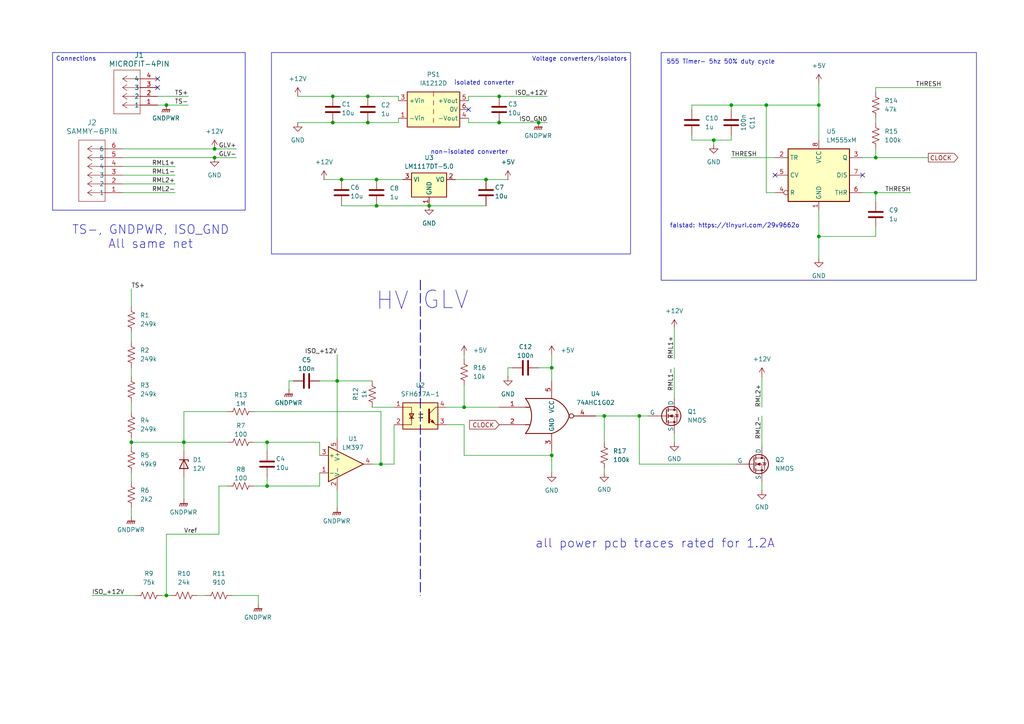
<source format=kicad_sch>
(kicad_sch (version 20250114) (generator "eeschema") (generator_version "9.0")
  (paper "A4")
  (title_block (title "RML") (date "2025-10-22") (rev "A") (company "TigerRacingEV"))
  (lib_symbols
    (symbol "74xGxx:74AHC1G02"
      (property "Reference" "U" (at -2.54 3.81 0))
      (property "Value" "74AHC1G02" (at 0 -3.81 0))
      (symbol "74AHC1G02_0_1"
        (arc (start -7.62 5.08) (mid -5.838 0) (end -7.62 -5.08) (stroke (width 0.254)))
        (polyline (pts (xy -7.62 2.54) (xy -6.35 2.54)) (stroke (width 0.254)) (fill (type background)))
        (polyline (pts (xy -7.62 -2.54) (xy -6.35 -2.54)) (stroke (width 0.254)) (fill (type background)))
        (arc (start 5.08 0) (mid 3.202 -3.202) (end 0 -5.08) (stroke (width 0.254)))
        (arc (start 0 5.08) (mid 3.2271 3.2271) (end 5.08 0) (stroke (width 0.254)))
        (polyline (pts (xy 0 5.08) (xy -7.62 5.08)) (stroke (width 0.254)) (fill (type background)))
        (polyline (pts (xy 0 -5.08) (xy -7.62 -5.08)) (stroke (width 0.254)) (fill (type background)))
      )
      (symbol "74AHC1G02_1_1"
        (pin input line (at -15.24 2.54 0) (length 7.62) (name "~") (number "1"))
        (pin input line (at -15.24 -2.54 0) (length 7.62) (name "~") (number "2"))
        (pin power_in line (at 0 10.16 270) (length 5.08) (name "VCC") (number "5"))
        (pin power_in line (at 0 -10.16 90) (length 5.08) (name "GND") (number "3"))
        (pin output inverted (at 12.7 0 180) (length 7.62) (name "~") (number "4"))
      )
    )
    (symbol "BSPD:SAMMY-6PIN" (pin_names (offset 0.254))
      (property "Reference" "J" (at 8.89 6.35 0))
      (property "Value" "SAMMY-6PIN" (at 9.398 3.81 0))
      (symbol "SAMMY-6PIN_1_1"
        (polyline (pts (xy 5.08 2.54) (xy 5.08 -15.24)) (stroke (width 0.127)))
        (polyline (pts (xy 5.08 -15.24) (xy 12.7 -15.24)) (stroke (width 0.127)))
        (polyline (pts (xy 10.16 0) (xy 5.08 0)) (stroke (width 0.127)))
        (polyline (pts (xy 10.16 0) (xy 8.89 0.8467)) (stroke (width 0.127)))
        (polyline (pts (xy 10.16 0) (xy 8.89 -0.8467)) (stroke (width 0.127)))
        (polyline (pts (xy 10.16 -2.54) (xy 5.08 -2.54)) (stroke (width 0.127)))
        (polyline (pts (xy 10.16 -2.54) (xy 8.89 -1.6933)) (stroke (width 0.127)))
        (polyline (pts (xy 10.16 -2.54) (xy 8.89 -3.3867)) (stroke (width 0.127)))
        (polyline (pts (xy 10.16 -5.08) (xy 5.08 -5.08)) (stroke (width 0.127)))
        (polyline (pts (xy 10.16 -5.08) (xy 8.89 -4.2333)) (stroke (width 0.127)))
        (polyline (pts (xy 10.16 -5.08) (xy 8.89 -5.9267)) (stroke (width 0.127)))
        (polyline (pts (xy 10.16 -7.62) (xy 5.08 -7.62)) (stroke (width 0.127)))
        (polyline (pts (xy 10.16 -7.62) (xy 8.89 -6.7733)) (stroke (width 0.127)))
        (polyline (pts (xy 10.16 -7.62) (xy 8.89 -8.4667)) (stroke (width 0.127)))
        (polyline (pts (xy 10.16 -10.16) (xy 5.08 -10.16)) (stroke (width 0.127)))
        (polyline (pts (xy 10.16 -10.16) (xy 8.89 -9.3133)) (stroke (width 0.127)))
        (polyline (pts (xy 10.16 -10.16) (xy 8.89 -11.0067)) (stroke (width 0.127)))
        (polyline (pts (xy 10.16 -12.7) (xy 5.08 -12.7)) (stroke (width 0.127)))
        (polyline (pts (xy 10.16 -12.7) (xy 8.89 -11.8533)) (stroke (width 0.127)))
        (polyline (pts (xy 10.16 -12.7) (xy 8.89 -13.5467)) (stroke (width 0.127)))
        (polyline (pts (xy 12.7 2.54) (xy 5.08 2.54)) (stroke (width 0.127)))
        (polyline (pts (xy 12.7 -15.24) (xy 12.7 2.54)) (stroke (width 0.127)))
        (pin unspecified line (at 0 0 0) (length 5.08) (name "1") (number "1"))
        (pin unspecified line (at 0 -2.54 0) (length 5.08) (name "2") (number "2"))
        (pin unspecified line (at 0 -5.08 0) (length 5.08) (name "3") (number "3"))
        (pin unspecified line (at 0 -7.62 0) (length 5.08) (name "4") (number "4"))
        (pin unspecified line (at 0 -10.16 0) (length 5.08) (name "5") (number "5"))
        (pin unspecified line (at 0 -12.7 0) (length 5.08) (name "6") (number "6"))
      )
      (symbol "SAMMY-6PIN_1_2"
        (polyline (pts (xy 5.08 2.54) (xy 5.08 -15.24)) (stroke (width 0.127)))
        (polyline (pts (xy 5.08 -15.24) (xy 12.7 -15.24)) (stroke (width 0.127)))
        (polyline (pts (xy 7.62 0) (xy 5.08 0)) (stroke (width 0.127)))
        (polyline (pts (xy 7.62 0) (xy 8.89 0.8467)) (stroke (width 0.127)))
        (polyline (pts (xy 7.62 0) (xy 8.89 -0.8467)) (stroke (width 0.127)))
        (polyline (pts (xy 7.62 -2.54) (xy 5.08 -2.54)) (stroke (width 0.127)))
        (polyline (pts (xy 7.62 -2.54) (xy 8.89 -1.6933)) (stroke (width 0.127)))
        (polyline (pts (xy 7.62 -2.54) (xy 8.89 -3.3867)) (stroke (width 0.127)))
        (polyline (pts (xy 7.62 -5.08) (xy 5.08 -5.08)) (stroke (width 0.127)))
        (polyline (pts (xy 7.62 -5.08) (xy 8.89 -4.2333)) (stroke (width 0.127)))
        (polyline (pts (xy 7.62 -5.08) (xy 8.89 -5.9267)) (stroke (width 0.127)))
        (polyline (pts (xy 7.62 -7.62) (xy 5.08 -7.62)) (stroke (width 0.127)))
        (polyline (pts (xy 7.62 -7.62) (xy 8.89 -6.7733)) (stroke (width 0.127)))
        (polyline (pts (xy 7.62 -7.62) (xy 8.89 -8.4667)) (stroke (width 0.127)))
        (polyline (pts (xy 7.62 -10.16) (xy 5.08 -10.16)) (stroke (width 0.127)))
        (polyline (pts (xy 7.62 -10.16) (xy 8.89 -9.3133)) (stroke (width 0.127)))
        (polyline (pts (xy 7.62 -10.16) (xy 8.89 -11.0067)) (stroke (width 0.127)))
        (polyline (pts (xy 7.62 -12.7) (xy 5.08 -12.7)) (stroke (width 0.127)))
        (polyline (pts (xy 7.62 -12.7) (xy 8.89 -11.8533)) (stroke (width 0.127)))
        (polyline (pts (xy 7.62 -12.7) (xy 8.89 -13.5467)) (stroke (width 0.127)))
        (polyline (pts (xy 12.7 2.54) (xy 5.08 2.54)) (stroke (width 0.127)))
        (polyline (pts (xy 12.7 -15.24) (xy 12.7 2.54)) (stroke (width 0.127)))
        (pin unspecified line (at 0 0 0) (length 5.08) (name "1") (number "1"))
        (pin unspecified line (at 0 -2.54 0) (length 5.08) (name "2") (number "2"))
        (pin unspecified line (at 0 -5.08 0) (length 5.08) (name "3") (number "3"))
        (pin unspecified line (at 0 -7.62 0) (length 5.08) (name "4") (number "4"))
        (pin unspecified line (at 0 -10.16 0) (length 5.08) (name "5") (number "5"))
        (pin unspecified line (at 0 -12.7 0) (length 5.08) (name "6") (number "6"))
      )
    )
    (symbol "Comparator:LM397" (pin_names (offset 0.127))
      (property "Reference" "U" (at 1.27 5.08 0))
      (property "Value" "LM397" (at 3.81 -5.08 0))
      (symbol "LM397_0_1"
        (polyline (pts (xy -5.08 5.08) (xy 5.08 0) (xy -5.08 -5.08) (xy -5.08 5.08)) (stroke (width 0.254)) (fill (type background)))
      )
      (symbol "LM397_1_1"
        (pin input line (at -7.62 2.54 0) (length 2.54) (name "+") (number "3"))
        (pin input line (at -7.62 -2.54 0) (length 2.54) (name "-") (number "1"))
        (pin power_in line (at -2.54 7.62 270) (length 3.81) (name "V+") (number "5"))
        (pin power_in line (at -2.54 -7.62 90) (length 3.81) (name "V-") (number "2"))
        (pin open_collector line (at 7.62 0 180) (length 2.54) (name "~") (number "4"))
      )
    )
    (symbol "Converter_DCDC:IA1212D"
      (property "Reference" "PS" (at -7.62 6.35 0))
      (property "Value" "IA1212D" (at 1.27 6.35 0))
      (symbol "IA1212D_0_0"
        (pin power_in line (at -10.16 2.54 0) (length 2.54) (name "+Vin") (number "3"))
        (pin power_in line (at -10.16 -2.54 0) (length 2.54) (name "-Vin") (number "1"))
        (pin power_out line (at 10.16 2.54 180) (length 2.54) (name "+Vout") (number "5"))
        (pin power_out line (at 10.16 0 180) (length 2.54) (name "0V") (number "6"))
        (pin power_out line (at 10.16 -2.54 180) (length 2.54) (name "-Vout") (number "4"))
      )
      (symbol "IA1212D_0_1"
        (rectangle (start -7.62 5.08) (end 7.62 -5.08) (stroke (width 0.254)) (fill (type background)))
        (polyline (pts (xy 0 5.08) (xy 0 3.81)))
        (polyline (pts (xy 0 2.54) (xy 0 1.27)))
        (polyline (pts (xy 0 0) (xy 0 -1.27)))
        (polyline (pts (xy 0 -2.54) (xy 0 -3.81)))
      )
      (symbol "IA1212D_1_1"
        (pin no_connect line (at 0 -5.08 90) (length 2.54) (hide yes) (name "NC") (number "2"))
      )
    )
    (symbol "Device:C" (pin_numbers (hide yes)) (pin_names (offset 0.254))
      (property "Reference" "C" (at 0.635 2.54 0))
      (property "Value" "C" (at 0.635 -2.54 0))
      (symbol "C_0_1"
        (polyline (pts (xy -2.032 0.762) (xy 2.032 0.762)) (stroke (width 0.508)))
        (polyline (pts (xy -2.032 -0.762) (xy 2.032 -0.762)) (stroke (width 0.508)))
      )
      (symbol "C_1_1"
        (pin passive line (at 0 3.81 270) (length 2.794) (name "~") (number "1"))
        (pin passive line (at 0 -3.81 90) (length 2.794) (name "~") (number "2"))
      )
    )
    (symbol "Device:D_Zener" (pin_numbers (hide yes)) (pin_names (offset 1.016) (hide yes))
      (property "Reference" "D" (at 0 2.54 0))
      (property "Value" "D_Zener" (at 0 -2.54 0))
      (symbol "D_Zener_0_1"
        (polyline (pts (xy -1.27 -1.27) (xy -1.27 1.27) (xy -0.762 1.27)) (stroke (width 0.254)))
        (polyline (pts (xy 1.27 0) (xy -1.27 0)))
        (polyline (pts (xy 1.27 -1.27) (xy 1.27 1.27) (xy -1.27 0) (xy 1.27 -1.27)) (stroke (width 0.254)))
      )
      (symbol "D_Zener_1_1"
        (pin passive line (at -3.81 0 0) (length 2.54) (name "K") (number "1"))
        (pin passive line (at 3.81 0 180) (length 2.54) (name "A") (number "2"))
      )
    )
    (symbol "Device:R_US" (pin_numbers (hide yes)) (pin_names (offset 0))
      (property "Reference" "R" (at 2.54 0 90))
      (property "Value" "R_US" (at -2.54 0 90))
      (symbol "R_US_0_1"
        (polyline (pts (xy 0 2.286) (xy 0 2.54)))
        (polyline (pts (xy 0 2.286) (xy 1.016 1.905) (xy 0 1.524) (xy -1.016 1.143) (xy 0 0.762)))
        (polyline (pts (xy 0 0.762) (xy 1.016 0.381) (xy 0 0) (xy -1.016 -0.381) (xy 0 -0.762)))
        (polyline (pts (xy 0 -0.762) (xy 1.016 -1.143) (xy 0 -1.524) (xy -1.016 -1.905) (xy 0 -2.286)))
        (polyline (pts (xy 0 -2.286) (xy 0 -2.54)))
      )
      (symbol "R_US_1_1"
        (pin passive line (at 0 3.81 270) (length 1.27) (name "~") (number "1"))
        (pin passive line (at 0 -3.81 90) (length 1.27) (name "~") (number "2"))
      )
    )
    (symbol "Isolator:SFH617A-1" (pin_names (offset 1.016))
      (property "Reference" "U" (at -5.08 5.08 0))
      (property "Value" "SFH617A-1" (at 0 5.08 0))
      (symbol "SFH617A-1_0_1"
        (rectangle (start -5.08 3.81) (end 5.08 -3.81) (stroke (width 0.254)) (fill (type background)))
        (polyline (pts (xy -5.08 2.54) (xy -2.54 2.54) (xy -2.54 -1.27) (xy -2.54 0.635)))
        (polyline (pts (xy -3.175 -0.635) (xy -1.905 -0.635)) (stroke (width 0.254)))
        (polyline (pts (xy -2.54 -0.635) (xy -2.54 -2.54) (xy -5.08 -2.54)))
        (polyline (pts (xy -2.54 -0.635) (xy -3.175 0.635) (xy -1.905 0.635) (xy -2.54 -0.635)) (stroke (width 0.254)))
        (polyline (pts (xy -0.508 0.508) (xy 0.762 0.508) (xy 0.381 0.381) (xy 0.381 0.635) (xy 0.762 0.508)))
        (polyline (pts (xy -0.508 -0.508) (xy 0.762 -0.508) (xy 0.381 -0.635) (xy 0.381 -0.381) (xy 0.762 -0.508)))
        (polyline (pts (xy 2.54 1.905) (xy 2.54 -1.905) (xy 2.54 -1.905)) (stroke (width 0.508)))
        (polyline (pts (xy 2.54 0.635) (xy 4.445 2.54)))
        (polyline (pts (xy 3.048 -1.651) (xy 3.556 -1.143) (xy 4.064 -2.159) (xy 3.048 -1.651) (xy 3.048 -1.651)) (fill (type outline)))
        (polyline (pts (xy 4.445 2.54) (xy 5.08 2.54)))
        (polyline (pts (xy 4.445 -2.54) (xy 2.54 -0.635)) (fill (type outline)))
        (polyline (pts (xy 4.445 -2.54) (xy 5.08 -2.54)))
      )
      (symbol "SFH617A-1_1_1"
        (pin passive line (at -7.62 2.54 0) (length 2.54) (name "~") (number "1"))
        (pin passive line (at -7.62 -2.54 0) (length 2.54) (name "~") (number "2"))
        (pin passive line (at 7.62 2.54 180) (length 2.54) (name "~") (number "4"))
        (pin passive line (at 7.62 -2.54 180) (length 2.54) (name "~") (number "3"))
      )
    )
    (symbol "RML:MICROFIT-4PIN" (pin_names (offset 0.254))
      (property "Reference" "J" (at 8.89 6.35 0))
      (property "Value" "MICROFIT-4PIN" (at 7.62 3.81 0))
      (symbol "MICROFIT-4PIN_1_1"
        (polyline (pts (xy 5.08 2.54) (xy 5.08 -10.16)) (stroke (width 0.127)))
        (polyline (pts (xy 5.08 -10.16) (xy 12.7 -10.16)) (stroke (width 0.127)))
        (polyline (pts (xy 10.16 0) (xy 5.08 0)) (stroke (width 0.127)))
        (polyline (pts (xy 10.16 0) (xy 8.89 0.8467)) (stroke (width 0.127)))
        (polyline (pts (xy 10.16 0) (xy 8.89 -0.8467)) (stroke (width 0.127)))
        (polyline (pts (xy 10.16 -2.54) (xy 5.08 -2.54)) (stroke (width 0.127)))
        (polyline (pts (xy 10.16 -2.54) (xy 8.89 -1.6933)) (stroke (width 0.127)))
        (polyline (pts (xy 10.16 -2.54) (xy 8.89 -3.3867)) (stroke (width 0.127)))
        (polyline (pts (xy 10.16 -5.08) (xy 5.08 -5.08)) (stroke (width 0.127)))
        (polyline (pts (xy 10.16 -5.08) (xy 8.89 -4.2333)) (stroke (width 0.127)))
        (polyline (pts (xy 10.16 -5.08) (xy 8.89 -5.9267)) (stroke (width 0.127)))
        (polyline (pts (xy 10.16 -7.62) (xy 5.08 -7.62)) (stroke (width 0.127)))
        (polyline (pts (xy 10.16 -7.62) (xy 8.89 -6.7733)) (stroke (width 0.127)))
        (polyline (pts (xy 10.16 -7.62) (xy 8.89 -8.4667)) (stroke (width 0.127)))
        (polyline (pts (xy 12.7 2.54) (xy 5.08 2.54)) (stroke (width 0.127)))
        (polyline (pts (xy 12.7 -10.16) (xy 12.7 2.54)) (stroke (width 0.127)))
        (pin unspecified line (at 0 0 0) (length 5.08) (name "1") (number "1"))
        (pin unspecified line (at 0 -2.54 0) (length 5.08) (name "2") (number "2"))
        (pin unspecified line (at 0 -5.08 0) (length 5.08) (name "3") (number "3"))
        (pin unspecified line (at 0 -7.62 0) (length 5.08) (name "4") (number "4"))
      )
      (symbol "MICROFIT-4PIN_1_2"
        (polyline (pts (xy 5.08 2.54) (xy 5.08 -10.16)) (stroke (width 0.127)))
        (polyline (pts (xy 5.08 -10.16) (xy 12.7 -10.16)) (stroke (width 0.127)))
        (polyline (pts (xy 7.62 0) (xy 5.08 0)) (stroke (width 0.127)))
        (polyline (pts (xy 7.62 0) (xy 8.89 0.8467)) (stroke (width 0.127)))
        (polyline (pts (xy 7.62 0) (xy 8.89 -0.8467)) (stroke (width 0.127)))
        (polyline (pts (xy 7.62 -2.54) (xy 5.08 -2.54)) (stroke (width 0.127)))
        (polyline (pts (xy 7.62 -2.54) (xy 8.89 -1.6933)) (stroke (width 0.127)))
        (polyline (pts (xy 7.62 -2.54) (xy 8.89 -3.3867)) (stroke (width 0.127)))
        (polyline (pts (xy 7.62 -5.08) (xy 5.08 -5.08)) (stroke (width 0.127)))
        (polyline (pts (xy 7.62 -5.08) (xy 8.89 -4.2333)) (stroke (width 0.127)))
        (polyline (pts (xy 7.62 -5.08) (xy 8.89 -5.9267)) (stroke (width 0.127)))
        (polyline (pts (xy 7.62 -7.62) (xy 5.08 -7.62)) (stroke (width 0.127)))
        (polyline (pts (xy 7.62 -7.62) (xy 8.89 -6.7733)) (stroke (width 0.127)))
        (polyline (pts (xy 7.62 -7.62) (xy 8.89 -8.4667)) (stroke (width 0.127)))
        (polyline (pts (xy 12.7 2.54) (xy 5.08 2.54)) (stroke (width 0.127)))
        (polyline (pts (xy 12.7 -10.16) (xy 12.7 2.54)) (stroke (width 0.127)))
        (pin unspecified line (at 0 0 0) (length 5.08) (name "1") (number "1"))
        (pin unspecified line (at 0 -2.54 0) (length 5.08) (name "2") (number "2"))
        (pin unspecified line (at 0 -5.08 0) (length 5.08) (name "3") (number "3"))
        (pin unspecified line (at 0 -7.62 0) (length 5.08) (name "4") (number "4"))
      )
    )
    (symbol "Regulator_Linear:LM1117DT-5.0"
      (property "Reference" "U" (at -3.81 3.175 0))
      (property "Value" "LM1117DT-5.0" (at 0 3.175 0))
      (symbol "LM1117DT-5.0_0_1"
        (rectangle (start -5.08 -5.08) (end 5.08 1.905) (stroke (width 0.254)) (fill (type background)))
      )
      (symbol "LM1117DT-5.0_1_1"
        (pin power_in line (at -7.62 0 0) (length 2.54) (name "VI") (number "3"))
        (pin power_in line (at 0 -7.62 90) (length 2.54) (name "GND") (number "1"))
        (pin power_out line (at 7.62 0 180) (length 2.54) (name "VO") (number "2"))
      )
    )
    (symbol "Simulation_SPICE:NMOS" (pin_numbers (hide yes)) (pin_names (offset 0))
      (property "Reference" "Q" (at 5.08 1.27 0))
      (property "Value" "NMOS" (at 5.08 -1.27 0))
      (symbol "NMOS_0_1"
        (polyline (pts (xy 0.254 1.905) (xy 0.254 -1.905)) (stroke (width 0.254)))
        (polyline (pts (xy 0.254 0) (xy -2.54 0)))
        (polyline (pts (xy 0.762 2.286) (xy 0.762 1.27)) (stroke (width 0.254)))
        (polyline (pts (xy 0.762 0.508) (xy 0.762 -0.508)) (stroke (width 0.254)))
        (polyline (pts (xy 0.762 -1.27) (xy 0.762 -2.286)) (stroke (width 0.254)))
        (polyline (pts (xy 0.762 -1.778) (xy 3.302 -1.778) (xy 3.302 1.778) (xy 0.762 1.778)))
        (polyline (pts (xy 1.016 0) (xy 2.032 0.381) (xy 2.032 -0.381) (xy 1.016 0)) (fill (type outline)))
        (circle (center 1.651 0) (radius 2.794) (stroke (width 0.254)))
        (polyline (pts (xy 2.54 2.54) (xy 2.54 1.778)))
        (circle (center 2.54 1.778) (radius 0.254) (fill (type outline)))
        (circle (center 2.54 -1.778) (radius 0.254) (fill (type outline)))
        (polyline (pts (xy 2.54 -2.54) (xy 2.54 0) (xy 0.762 0)))
        (polyline (pts (xy 2.794 0.508) (xy 2.921 0.381) (xy 3.683 0.381) (xy 3.81 0.254)))
        (polyline (pts (xy 3.302 0.381) (xy 2.921 -0.254) (xy 3.683 -0.254) (xy 3.302 0.381)))
      )
      (symbol "NMOS_1_1"
        (pin input line (at -5.08 0 0) (length 2.54) (name "G") (number "2"))
        (pin passive line (at 2.54 5.08 270) (length 2.54) (name "D") (number "1"))
        (pin passive line (at 2.54 -5.08 90) (length 2.54) (name "S") (number "3"))
      )
    )
    (symbol "Timer:LM555xM"
      (property "Reference" "U" (at -10.16 8.89 0))
      (property "Value" "LM555xM" (at 2.54 8.89 0))
      (symbol "LM555xM_0_0"
        (pin power_in line (at 0 10.16 270) (length 2.54) (name "VCC") (number "8"))
        (pin power_in line (at 0 -10.16 90) (length 2.54) (name "GND") (number "1"))
      )
      (symbol "LM555xM_0_1"
        (rectangle (start -8.89 -7.62) (end 8.89 7.62) (stroke (width 0.254)) (fill (type background)))
        (rectangle (start -8.89 -7.62) (end 8.89 7.62) (stroke (width 0.254)) (fill (type background)))
      )
      (symbol "LM555xM_1_1"
        (pin input line (at -12.7 5.08 0) (length 3.81) (name "TR") (number "2"))
        (pin input line (at -12.7 0 0) (length 3.81) (name "CV") (number "5"))
        (pin input inverted (at -12.7 -5.08 0) (length 3.81) (name "R") (number "4"))
        (pin output line (at 12.7 5.08 180) (length 3.81) (name "Q") (number "3"))
        (pin input line (at 12.7 0 180) (length 3.81) (name "DIS") (number "7"))
        (pin input line (at 12.7 -5.08 180) (length 3.81) (name "THR") (number "6"))
      )
    )
    (symbol "power:+12V" (power) (pin_numbers (hide yes)) (pin_names (offset 0) (hide yes))
      (property "Value" "+12V" (at 0 3.556 0))
      (symbol "+12V_0_1"
        (polyline (pts (xy -0.762 1.27) (xy 0 2.54)))
        (polyline (pts (xy 0 2.54) (xy 0.762 1.27)))
        (polyline (pts (xy 0 0) (xy 0 2.54)))
      )
      (symbol "+12V_1_1"
        (pin power_in line (at 0 0 90) (length 0) (name "~") (number "1"))
      )
    )
    (symbol "power:+5V" (power) (pin_numbers (hide yes)) (pin_names (offset 0) (hide yes))
      (property "Value" "+5V" (at 0 3.556 0))
      (symbol "+5V_0_1"
        (polyline (pts (xy -0.762 1.27) (xy 0 2.54)))
        (polyline (pts (xy 0 2.54) (xy 0.762 1.27)))
        (polyline (pts (xy 0 0) (xy 0 2.54)))
      )
      (symbol "+5V_1_1"
        (pin power_in line (at 0 0 90) (length 0) (name "~") (number "1"))
      )
    )
    (symbol "power:GND" (power) (pin_numbers (hide yes)) (pin_names (offset 0) (hide yes))
      (property "Value" "GND" (at 0 -3.81 0))
      (symbol "GND_0_1"
        (polyline (pts (xy 0 0) (xy 0 -1.27) (xy 1.27 -1.27) (xy 0 -2.54) (xy -1.27 -1.27) (xy 0 -1.27)))
      )
      (symbol "GND_1_1"
        (pin power_in line (at 0 0 270) (length 0) (name "~") (number "1"))
      )
    )
    (symbol "power:GNDPWR" (power) (pin_numbers (hide yes)) (pin_names (offset 0) (hide yes))
      (property "Value" "GNDPWR" (at 0 -3.302 0))
      (symbol "GNDPWR_0_1"
        (polyline (pts (xy -1.016 -1.27) (xy -1.27 -2.032) (xy -1.27 -2.032)) (stroke (width 0.2032)))
        (polyline (pts (xy -0.508 -1.27) (xy -0.762 -2.032) (xy -0.762 -2.032)) (stroke (width 0.2032)))
        (polyline (pts (xy 0 -1.27) (xy 0 0)))
        (polyline (pts (xy 0 -1.27) (xy -0.254 -2.032) (xy -0.254 -2.032)) (stroke (width 0.2032)))
        (polyline (pts (xy 0.508 -1.27) (xy 0.254 -2.032) (xy 0.254 -2.032)) (stroke (width 0.2032)))
        (polyline (pts (xy 1.016 -1.27) (xy -1.016 -1.27) (xy -1.016 -1.27)) (stroke (width 0.2032)))
        (polyline (pts (xy 1.016 -1.27) (xy 0.762 -2.032) (xy 0.762 -2.032) (xy 0.762 -2.032)) (stroke (width 0.2032)))
      )
      (symbol "GNDPWR_1_1"
        (pin power_in line (at 0 0 270) (length 0) (name "~") (number "1"))
      )
    )
  )
  (rectangle (start 191.77 15.24) (end 283.21 81.28))
  (text "non-isolated converter\n" (at 136.144 44.196 0) (effects (font (size 1.27 1.27))))
  (text "all power pcb traces rated for 1.2A" (at 189.992 157.734 0) (effects (font (size 2.54 2.54))))
  (text "isolated converter\n" (at 140.462 24.13 0) (effects (font (size 1.27 1.27))))
  (text "GLV" (at 129.286 87.122 0) (effects (font (size 5.08 5.08))))
  (text "555 Timer- 5hz 50% duty cycle\n" (at 209.042 18.034 0) (effects (font (size 1.27 1.27))))
  (text "falstad: https://tinyurl.com/29v9662o" (at 213.106 65.532 0) (effects (font (size 1.27 1.27))))
  (text "HV" (at 113.792 87.376 0) (effects (font (size 5.08 5.08))))
  (text "TS-, GNDPWR, ISO_GND\nAll same net" (at 43.688 68.834 0) (effects (font (size 2.54 2.54))))
  (text_box "Voltage converters/isolators\n" (at 78.74 15.24 0) (size 104.14 58.42) (margins 0.9525 0.9525 0.9525 0.9525) (effects (font (size 1.27 1.27)) (justify right top)))
  (text_box "Connections" (at 15.24 15.24 0) (size 55.88 45.72) (margins 0.9525 0.9525 0.9525 0.9525) (effects (font (size 1.27 1.27)) (justify left top)))
  (junction (at 109.22 52.07))
  (junction (at 77.47 140.97))
  (junction (at 110.49 134.62))
  (junction (at 175.26 120.65))
  (junction (at 237.49 68.58))
  (junction (at 140.97 52.07))
  (junction (at 207.01 40.64))
  (junction (at 99.06 52.07))
  (junction (at 97.79 110.49))
  (junction (at 62.23 43.18))
  (junction (at 124.46 59.69))
  (junction (at 254 45.72))
  (junction (at 156.21 35.56))
  (junction (at 96.52 35.56))
  (junction (at 185.42 120.65))
  (junction (at 160.02 132.08))
  (junction (at 237.49 30.48))
  (junction (at 53.34 128.27))
  (junction (at 106.68 35.56))
  (junction (at 38.1 128.27))
  (junction (at 222.25 30.48))
  (junction (at 48.26 172.72))
  (junction (at 144.78 35.56))
  (junction (at 48.26 30.48))
  (junction (at 212.09 30.48))
  (junction (at 254 55.88))
  (junction (at 144.78 27.94))
  (junction (at 160.02 106.68))
  (junction (at 134.62 118.11))
  (junction (at 96.52 27.94))
  (junction (at 106.68 27.94))
  (junction (at 77.47 128.27))
  (junction (at 109.22 59.69))
  (junction (at 62.23 45.72))
  (no_connect (at 45.72 22.86))
  (no_connect (at 45.72 25.4))
  (no_connect (at 135.89 31.75))
  (no_connect (at 250.19 50.8))
  (no_connect (at 224.79 50.8))
  (wire (pts (xy 83.82 113.03) (xy 83.82 110.49)))
  (wire (pts (xy 200.66 40.64) (xy 207.01 40.64)))
  (wire (pts (xy 92.71 140.97) (xy 77.47 140.97)))
  (wire (pts (xy 212.09 45.72) (xy 224.79 45.72)))
  (wire (pts (xy 212.09 39.37) (xy 212.09 40.64)))
  (wire (pts (xy 53.34 128.27) (xy 66.04 128.27)))
  (wire (pts (xy 134.62 123.19) (xy 134.62 132.08)))
  (wire (pts (xy 220.98 139.7) (xy 220.98 142.24)))
  (wire (pts (xy 99.06 59.69) (xy 109.22 59.69)))
  (wire (pts (xy 220.98 120.65) (xy 220.98 129.54)))
  (wire (pts (xy 237.49 68.58) (xy 237.49 74.93)))
  (wire (pts (xy 77.47 140.97) (xy 73.66 140.97)))
  (wire (pts (xy 147.32 109.22) (xy 147.32 106.68)))
  (wire (pts (xy 63.5 140.97) (xy 63.5 154.94)))
  (wire (pts (xy 224.79 55.88) (xy 222.25 55.88)))
  (wire (pts (xy 92.71 137.16) (xy 92.71 140.97)))
  (wire (pts (xy 160.02 137.16) (xy 160.02 132.08)))
  (wire (pts (xy 57.15 172.72) (xy 59.69 172.72)))
  (wire (pts (xy 134.62 118.11) (xy 144.78 118.11)))
  (wire (pts (xy 97.79 110.49) (xy 92.71 110.49)))
  (wire (pts (xy 220.98 109.22) (xy 220.98 118.11)))
  (wire (pts (xy 110.49 134.62) (xy 107.95 134.62)))
  (wire (pts (xy 45.72 30.48) (xy 48.26 30.48)))
  (wire (pts (xy 38.1 137.16) (xy 38.1 139.7)))
  (wire (pts (xy 140.97 52.07) (xy 147.32 52.07)))
  (wire (pts (xy 254 25.4) (xy 254 26.67)))
  (wire (pts (xy 207.01 40.64) (xy 212.09 40.64)))
  (wire (pts (xy 134.62 132.08) (xy 160.02 132.08)))
  (wire (pts (xy 109.22 59.69) (xy 124.46 59.69)))
  (wire (pts (xy 135.89 27.94) (xy 144.78 27.94)))
  (wire (pts (xy 160.02 102.87) (xy 160.02 106.68)))
  (wire (pts (xy 160.02 132.08) (xy 160.02 130.81)))
  (wire (pts (xy 26.67 172.72) (xy 39.37 172.72)))
  (wire (pts (xy 237.49 68.58) (xy 254 68.58)))
  (wire (pts (xy 115.57 27.94) (xy 115.57 29.21)))
  (wire (pts (xy 175.26 135.89) (xy 175.26 137.16)))
  (wire (pts (xy 134.62 102.87) (xy 134.62 104.14)))
  (wire (pts (xy 135.89 27.94) (xy 135.89 29.21)))
  (wire (pts (xy 53.34 128.27) (xy 53.34 119.38)))
  (wire (pts (xy 48.26 172.72) (xy 49.53 172.72)))
  (wire (pts (xy 144.78 35.56) (xy 156.21 35.56)))
  (wire (pts (xy 114.3 134.62) (xy 110.49 134.62)))
  (wire (pts (xy 250.19 45.72) (xy 254 45.72)))
  (wire (pts (xy 83.82 110.49) (xy 85.09 110.49)))
  (wire (pts (xy 195.58 125.73) (xy 195.58 128.27)))
  (wire (pts (xy 237.49 60.96) (xy 237.49 68.58)))
  (wire (pts (xy 93.98 52.07) (xy 99.06 52.07)))
  (wire (pts (xy 185.42 120.65) (xy 185.42 134.62)))
  (wire (pts (xy 135.89 35.56) (xy 144.78 35.56)))
  (wire (pts (xy 73.66 119.38) (xy 110.49 119.38)))
  (wire (pts (xy 99.06 52.07) (xy 109.22 52.07)))
  (wire (pts (xy 45.72 27.94) (xy 54.61 27.94)))
  (wire (pts (xy 62.23 43.18) (xy 68.58 43.18)))
  (wire (pts (xy 96.52 27.94) (xy 106.68 27.94)))
  (wire (pts (xy 200.66 30.48) (xy 200.66 31.75)))
  (wire (pts (xy 35.56 45.72) (xy 62.23 45.72)))
  (wire (pts (xy 212.09 30.48) (xy 222.25 30.48)))
  (wire (pts (xy 74.93 172.72) (xy 74.93 175.26)))
  (wire (pts (xy 67.31 172.72) (xy 74.93 172.72)))
  (wire (pts (xy 195.58 95.25) (xy 195.58 104.14)))
  (wire (pts (xy 106.68 35.56) (xy 115.57 35.56)))
  (wire (pts (xy 106.68 27.94) (xy 115.57 27.94)))
  (wire (pts (xy 35.56 50.8) (xy 50.8 50.8)))
  (wire (pts (xy 109.22 52.07) (xy 116.84 52.07)))
  (wire (pts (xy 73.66 128.27) (xy 77.47 128.27)))
  (wire (pts (xy 134.62 123.19) (xy 129.54 123.19)))
  (wire (pts (xy 62.23 45.72) (xy 68.58 45.72)))
  (wire (pts (xy 38.1 127) (xy 38.1 128.27)))
  (wire (pts (xy 144.78 27.94) (xy 158.75 27.94)))
  (wire (pts (xy 86.36 27.94) (xy 96.52 27.94)))
  (wire (pts (xy 97.79 102.87) (xy 97.79 110.49)))
  (wire (pts (xy 160.02 106.68) (xy 160.02 110.49)))
  (wire (pts (xy 86.36 35.56) (xy 96.52 35.56)))
  (wire (pts (xy 38.1 83.82) (xy 38.1 88.9)))
  (wire (pts (xy 254 55.88) (xy 254 58.42)))
  (wire (pts (xy 175.26 128.27) (xy 175.26 120.65)))
  (wire (pts (xy 237.49 30.48) (xy 237.49 40.64)))
  (wire (pts (xy 107.95 118.11) (xy 114.3 118.11)))
  (wire (pts (xy 185.42 134.62) (xy 213.36 134.62)))
  (wire (pts (xy 53.34 138.43) (xy 53.34 144.78)))
  (wire (pts (xy 195.58 106.68) (xy 195.58 115.57)))
  (wire (pts (xy 134.62 111.76) (xy 134.62 118.11)))
  (wire (pts (xy 200.66 30.48) (xy 212.09 30.48)))
  (wire (pts (xy 222.25 55.88) (xy 222.25 30.48)))
  (wire (pts (xy 132.08 52.07) (xy 140.97 52.07)))
  (wire (pts (xy 237.49 24.13) (xy 237.49 30.48)))
  (wire (pts (xy 35.56 55.88) (xy 50.8 55.88)))
  (wire (pts (xy 254 66.04) (xy 254 68.58)))
  (wire (pts (xy 135.89 35.56) (xy 135.89 34.29)))
  (wire (pts (xy 38.1 96.52) (xy 38.1 99.06)))
  (polyline (pts (xy 121.92 81.28) (xy 121.92 172.72)) (stroke (width 0.254) (type dash)))
  (wire (pts (xy 48.26 172.72) (xy 48.26 154.94)))
  (wire (pts (xy 97.79 110.49) (xy 107.95 110.49)))
  (wire (pts (xy 222.25 30.48) (xy 237.49 30.48)))
  (wire (pts (xy 35.56 53.34) (xy 50.8 53.34)))
  (wire (pts (xy 175.26 120.65) (xy 185.42 120.65)))
  (wire (pts (xy 77.47 138.43) (xy 77.47 140.97)))
  (wire (pts (xy 124.46 59.69) (xy 140.97 59.69)))
  (wire (pts (xy 48.26 30.48) (xy 54.61 30.48)))
  (wire (pts (xy 92.71 128.27) (xy 92.71 132.08)))
  (wire (pts (xy 96.52 35.56) (xy 106.68 35.56)))
  (wire (pts (xy 38.1 116.84) (xy 38.1 119.38)))
  (wire (pts (xy 156.21 106.68) (xy 160.02 106.68)))
  (wire (pts (xy 77.47 130.81) (xy 77.47 128.27)))
  (wire (pts (xy 97.79 142.24) (xy 97.79 147.32)))
  (wire (pts (xy 185.42 120.65) (xy 187.96 120.65)))
  (wire (pts (xy 212.09 30.48) (xy 212.09 31.75)))
  (wire (pts (xy 254 45.72) (xy 269.24 45.72)))
  (wire (pts (xy 254 35.56) (xy 254 34.29)))
  (wire (pts (xy 207.01 41.91) (xy 207.01 40.64)))
  (wire (pts (xy 53.34 119.38) (xy 66.04 119.38)))
  (wire (pts (xy 38.1 147.32) (xy 38.1 149.86)))
  (wire (pts (xy 254 25.4) (xy 273.05 25.4)))
  (wire (pts (xy 53.34 128.27) (xy 53.34 130.81)))
  (wire (pts (xy 35.56 48.26) (xy 50.8 48.26)))
  (wire (pts (xy 115.57 35.56) (xy 115.57 34.29)))
  (wire (pts (xy 129.54 118.11) (xy 134.62 118.11)))
  (wire (pts (xy 175.26 120.65) (xy 172.72 120.65)))
  (wire (pts (xy 35.56 43.18) (xy 62.23 43.18)))
  (wire (pts (xy 250.19 55.88) (xy 254 55.88)))
  (wire (pts (xy 97.79 110.49) (xy 97.79 127)))
  (wire (pts (xy 38.1 106.68) (xy 38.1 109.22)))
  (wire (pts (xy 156.21 35.56) (xy 158.75 35.56)))
  (wire (pts (xy 147.32 106.68) (xy 148.59 106.68)))
  (wire (pts (xy 254 55.88) (xy 264.16 55.88)))
  (wire (pts (xy 38.1 128.27) (xy 38.1 129.54)))
  (wire (pts (xy 110.49 119.38) (xy 110.49 134.62)))
  (wire (pts (xy 200.66 39.37) (xy 200.66 40.64)))
  (wire (pts (xy 46.99 172.72) (xy 48.26 172.72)))
  (wire (pts (xy 38.1 128.27) (xy 53.34 128.27)))
  (wire (pts (xy 77.47 128.27) (xy 92.71 128.27)))
  (wire (pts (xy 66.04 140.97) (xy 63.5 140.97)))
  (wire (pts (xy 48.26 154.94) (xy 63.5 154.94)))
  (wire (pts (xy 114.3 123.19) (xy 114.3 134.62)))
  (wire (pts (xy 254 43.18) (xy 254 45.72)))
  (label "Vref" (at 53.34 154.94 0))
  (label "ISO_+12V" (at 158.75 27.94 180))
  (label "RML1-" (at 50.8 50.8 180))
  (label "RML2-" (at 50.8 55.88 180))
  (label "RML2-" (at 220.98 120.65 270))
  (label "RML1+" (at 50.8 48.26 180))
  (label "TS+" (at 54.61 27.94 180))
  (label "THRESH" (at 264.16 55.88 180))
  (label "GLV+" (at 68.58 43.18 180))
  (label "RML2+" (at 220.98 118.11 90))
  (label "TS-" (at 54.61 30.48 180))
  (label "ISO_+12V" (at 97.79 102.87 180))
  (label "RML1-" (at 195.58 106.68 270))
  (label "TS+" (at 38.1 83.82 0))
  (label "RML2+" (at 50.8 53.34 180))
  (label "RML1+" (at 195.58 104.14 90))
  (label "THRESH" (at 273.05 25.4 180))
  (label "ISO_+12V" (at 26.67 172.72 0))
  (label "GLV-" (at 68.58 45.72 180))
  (label "ISO_GND" (at 158.75 35.56 180))
  (label "THRESH" (at 212.09 45.72 0))
  (global_label "CLOCK" (shape input) (at 144.78 123.19 180) (property "Intersheetrefs" "${INTERSHEET_REFS}" (effects (hide yes))))
  (global_label "CLOCK" (shape output) (at 269.24 45.72 0) (property "Intersheetrefs" "${INTERSHEET_REFS}" (effects (hide yes))))
  (symbol (lib_id "BSPD:SAMMY-6PIN") (at 35.56 55.88 180) (unit 1)
    (property "Reference" "J2" (at 26.67 35.56 0) (effects (font (size 1.524 1.524))))
    (property "Value" "SAMMY-6PIN" (at 26.67 38.1 0) (effects (font (size 1.524 1.524))))
    (property "Footprint" "BSPD:SAMMY-6PIN" (effects (hide yes)))
    (property "Datasheet" "https://www.molex.com/en-us/products/part-detail-pdf/1053141106?display=pdf" (effects (hide yes)))
  )
  (symbol (lib_id "Device:C") (at 212.09 35.56 0) (unit 1)
    (property "Reference" "C11" (at 218.186 35.56 90))
    (property "Value" "100n" (at 215.646 35.56 90))
    (property "Footprint" "Capacitor_SMD:C_0603_1608Metric" (effects (hide yes)))
    (property "Description" "Unpolarized capacitor" (effects (hide yes)))
    (property "JLC#" "C1590" (effects (hide yes)))
  )
  (symbol (lib_id "Regulator_Linear:LM1117DT-5.0") (at 124.46 52.07 0) (unit 1)
    (property "Reference" "U3" (at 124.46 45.72 0))
    (property "Value" "LM1117DT-5.0" (at 124.46 48.26 0))
    (property "Footprint" "Package_TO_SOT_SMD:TO-252-3_TabPin2" (effects (hide yes)))
    (property "Datasheet" "http://www.ti.com/lit/ds/symlink/lm1117.pdf" (effects (hide yes)))
    (property "Description" "800mA Low-Dropout Linear Regulator, 5.0V fixed output, TO-252" (effects (hide yes)))
    (property "JLC#" "C354068" (effects (hide yes)))
  )
  (symbol (lib_id "power:GND") (at 175.26 137.16 0) (unit 1)
    (property "Reference" "#PWR0108" (effects (hide yes)))
    (property "Value" "GND" (at 173.228 141.986 0) (effects (justify left)))
    (property "Description" "Power symbol creates a global label with name \"GND\" , ground" (effects (hide yes)))
  )
  (symbol (lib_id "power:GND") (at 160.02 137.16 0) (unit 1)
    (property "Reference" "#PWR0107" (effects (hide yes)))
    (property "Value" "GND" (at 160.02 142.24 0))
    (property "Description" "Power symbol creates a global label with name \"GND\" , ground" (effects (hide yes)))
  )
  (symbol (lib_id "Device:C") (at 254 62.23 0) (unit 1)
    (property "Reference" "C9" (at 257.81 60.9599 0) (effects (justify left)))
    (property "Value" "1u" (at 257.81 63.4999 0) (effects (justify left)))
    (property "Footprint" "Capacitor_SMD:C_0603_1608Metric" (effects (hide yes)))
    (property "Description" "Unpolarized capacitor" (effects (hide yes)))
    (property "JLC#" "C1592" (effects (hide yes)))
  )
  (symbol (lib_id "power:GNDPWR") (at 74.93 175.26 0) (unit 1)
    (property "Reference" "#PWR013" (effects (hide yes)))
    (property "Value" "GNDPWR" (at 74.803 179.07 0))
    (property "Description" "Power symbol creates a global label with name \"GNDPWR\" , global ground" (effects (hide yes)))
  )
  (symbol (lib_id "Device:C") (at 106.68 31.75 0) (unit 1)
    (property "Reference" "C2" (at 110.49 30.4799 0) (effects (justify left)))
    (property "Value" "1u" (at 110.49 33.0199 0) (effects (justify left)))
    (property "Footprint" "Capacitor_SMD:C_0603_1608Metric" (effects (hide yes)))
    (property "Description" "Unpolarized capacitor" (effects (hide yes)))
    (property "JLC#" "C1592" (effects (hide yes)))
  )
  (symbol (lib_id "Device:R_US") (at 43.18 172.72 90) (unit 1)
    (property "Reference" "R9" (at 43.18 166.37 90))
    (property "Value" "75k" (at 43.18 168.91 90))
    (property "Footprint" "Resistor_SMD:R_1206_3216Metric" (effects (hide yes)))
    (property "Datasheet" "https://jlcpcb.com/partdetail/18674-1206W4F7502T5E/C17986" (effects (hide yes)))
    (property "Description" "Resistor, US symbol" (effects (hide yes)))
    (property "JLC#" "C17986" (effects (hide yes)))
  )
  (symbol (lib_id "Device:C") (at 77.47 134.62 0) (unit 1)
    (property "Reference" "C4" (at 80.01 133.096 0) (effects (justify left)))
    (property "Value" "10u" (at 80.01 135.636 0) (effects (justify left)))
    (property "Footprint" "Capacitor_SMD:C_0603_1608Metric" (effects (hide yes)))
    (property "Description" "Unpolarized capacitor" (effects (hide yes)))
    (property "JLC#" "C70225" (effects (hide yes)))
  )
  (symbol (lib_id "power:GNDPWR") (at 53.34 144.78 0) (unit 1)
    (property "Reference" "#PWR015" (effects (hide yes)))
    (property "Value" "GNDPWR" (at 53.213 148.59 0))
    (property "Description" "Power symbol creates a global label with name \"GNDPWR\" , global ground" (effects (hide yes)))
  )
  (symbol (lib_id "power:+5V") (at 237.49 24.13 0) (unit 1)
    (property "Reference" "#PWR0103" (effects (hide yes)))
    (property "Value" "+5V" (at 237.49 19.05 0))
    (property "Description" "Power symbol creates a global label with name \"+5V\"" (effects (hide yes)))
  )
  (symbol (lib_id "power:GND") (at 207.01 41.91 0) (unit 1)
    (property "Reference" "#PWR0102" (effects (hide yes)))
    (property "Value" "GND" (at 207.01 46.99 0))
    (property "Description" "Power symbol creates a global label with name \"GND\" , ground" (effects (hide yes)))
  )
  (symbol (lib_id "Device:C") (at 96.52 31.75 0) (unit 1)
    (property "Reference" "C1" (at 99.06 30.226 0) (effects (justify left)))
    (property "Value" "10u" (at 99.06 32.766 0) (effects (justify left)))
    (property "Footprint" "Capacitor_SMD:C_0603_1608Metric" (effects (hide yes)))
    (property "Description" "Unpolarized capacitor" (effects (hide yes)))
    (property "JLC#" "C70225" (effects (hide yes)))
  )
  (symbol (lib_id "Simulation_SPICE:NMOS") (at 193.04 120.65 0) (unit 1)
    (property "Reference" "Q1" (at 199.39 119.3799 0) (effects (justify left)))
    (property "Value" "NMOS" (at 199.39 121.9199 0) (effects (justify left)))
    (property "Footprint" "Package_TO_SOT_SMD:SOT-23" (effects (hide yes)))
    (property "Datasheet" "https://jlcpcb.com/api/file/downloadByFileSystemAccessId/8579710867975426048" (effects (hide yes)))
    (property "Description" "N-MOSFET transistor, drain/source/gate" (effects (hide yes)))
    (property "Sim.Device" "NMOS" (effects (hide yes)))
    (property "Sim.Type" "VDMOS" (effects (hide yes)))
    (property "Sim.Pins" "1=D 2=G 3=S" (effects (hide yes)))
    (property "JLC#" "C2590" (effects (hide yes)))
  )
  (symbol (lib_id "power:+12V") (at 86.36 27.94 0) (unit 1)
    (property "Reference" "#PWR05" (effects (hide yes)))
    (property "Value" "+12V" (at 86.36 22.86 0))
    (property "Description" "Power symbol creates a global label with name \"+12V\"" (effects (hide yes)))
  )
  (symbol (lib_id "power:GND") (at 147.32 109.22 0) (unit 1)
    (property "Reference" "#PWR0111" (effects (hide yes)))
    (property "Value" "GND" (at 147.32 114.3 0))
    (property "Description" "Power symbol creates a global label with name \"GND\" , ground" (effects (hide yes)))
  )
  (symbol (lib_id "Device:R_US") (at 69.85 140.97 90) (unit 1)
    (property "Reference" "R8" (at 69.85 136.144 90))
    (property "Value" "100" (at 69.85 138.684 90))
    (property "Footprint" "Resistor_SMD:R_1206_3216Metric" (effects (hide yes)))
    (property "Datasheet" "https://jlcpcb.com/partdetail/18589-1206W4F1000T5E/C17901" (effects (hide yes)))
    (property "Description" "Resistor, US symbol" (effects (hide yes)))
    (property "JLC#" "C17901" (effects (hide yes)))
  )
  (symbol (lib_id "Device:R_US") (at 175.26 132.08 180) (unit 1)
    (property "Reference" "R17" (at 177.8 130.8099 0) (effects (justify right)))
    (property "Value" "100k" (at 177.8 133.3499 0) (effects (justify right)))
    (property "Footprint" "Resistor_SMD:R_1206_3216Metric" (effects (hide yes)))
    (property "Datasheet" "https://jlcpcb.com/parts/2nd/Resistors/Chip_Resistor_Surface_Mount_2980" (effects (hide yes)))
    (property "Description" "Resistor, US symbol" (effects (hide yes)))
    (property "JLC#" "C17900" (effects (hide yes)))
  )
  (symbol (lib_id "power:+12V") (at 220.98 109.22 0) (unit 1)
    (property "Reference" "#PWR011" (effects (hide yes)))
    (property "Value" "+12V" (at 220.98 104.14 0))
    (property "Description" "Power symbol creates a global label with name \"+12V\"" (effects (hide yes)))
  )
  (symbol (lib_id "power:+5V") (at 134.62 102.87 0) (unit 1)
    (property "Reference" "#PWR0105" (effects (hide yes)))
    (property "Value" "+5V" (at 137.16 101.5999 0) (effects (justify left)))
    (property "Description" "Power symbol creates a global label with name \"+5V\"" (effects (hide yes)))
  )
  (symbol (lib_id "Device:C") (at 152.4 106.68 90) (unit 1)
    (property "Reference" "C12" (at 152.4 100.584 90))
    (property "Value" "100n" (at 152.4 103.124 90))
    (property "Footprint" "Capacitor_SMD:C_0603_1608Metric" (effects (hide yes)))
    (property "Description" "Unpolarized capacitor" (effects (hide yes)))
    (property "JLC#" "C1590" (effects (hide yes)))
  )
  (symbol (lib_id "Device:R_US") (at 63.5 172.72 90) (unit 1)
    (property "Reference" "R11" (at 63.5 166.37 90))
    (property "Value" "910" (at 63.5 168.91 90))
    (property "Footprint" "Resistor_SMD:R_1206_3216Metric" (effects (hide yes)))
    (property "Datasheet" "https://jlcpcb.com/partdetail/YAGEO-RC1206FR07910RL/C137224" (effects (hide yes)))
    (property "Description" "Resistor, US symbol" (effects (hide yes)))
    (property "JLC#" "C137224" (effects (hide yes)))
  )
  (symbol (lib_id "Device:R_US") (at 69.85 128.27 90) (unit 1)
    (property "Reference" "R7" (at 69.85 123.444 90))
    (property "Value" "100" (at 69.85 125.984 90))
    (property "Footprint" "Resistor_SMD:R_1206_3216Metric" (effects (hide yes)))
    (property "Datasheet" "https://jlcpcb.com/partdetail/18589-1206W4F1000T5E/C17901" (effects (hide yes)))
    (property "Description" "Resistor, US symbol" (effects (hide yes)))
    (property "JLC#" "C17901" (effects (hide yes)))
  )
  (symbol (lib_id "Device:C") (at 144.78 31.75 0) (unit 1)
    (property "Reference" "C3" (at 147.32 30.226 0) (effects (justify left)))
    (property "Value" "10u" (at 147.32 32.766 0) (effects (justify left)))
    (property "Footprint" "Capacitor_SMD:C_0603_1608Metric" (effects (hide yes)))
    (property "Description" "Unpolarized capacitor" (effects (hide yes)))
    (property "JLC#" "C70225" (effects (hide yes)))
  )
  (symbol (lib_id "Device:R_US") (at 134.62 107.95 0) (unit 1)
    (property "Reference" "R16" (at 137.16 106.6799 0) (effects (justify left)))
    (property "Value" "10k" (at 137.16 109.2199 0) (effects (justify left)))
    (property "Footprint" "Resistor_SMD:R_1206_3216Metric" (effects (hide yes)))
    (property "Datasheet" "https://jlcpcb.com/parts/2nd/Resistors/Chip_Resistor_Surface_Mount_2980" (effects (hide yes)))
    (property "Description" "Resistor, US symbol" (effects (hide yes)))
    (property "JLC#" "C1489" (effects (hide yes)))
  )
  (symbol (lib_id "power:GND") (at 62.23 45.72 0) (unit 1)
    (property "Reference" "#PWR018" (effects (hide yes)))
    (property "Value" "GND" (at 62.23 50.8 0))
    (property "Description" "Power symbol creates a global label with name \"GND\" , ground" (effects (hide yes)))
  )
  (symbol (lib_id "Simulation_SPICE:NMOS") (at 218.44 134.62 0) (unit 1)
    (property "Reference" "Q2" (at 224.79 133.3499 0) (effects (justify left)))
    (property "Value" "NMOS" (at 224.79 135.8899 0) (effects (justify left)))
    (property "Footprint" "Package_TO_SOT_SMD:SOT-23" (effects (hide yes)))
    (property "Datasheet" "https://jlcpcb.com/api/file/downloadByFileSystemAccessId/8579710867975426048" (effects (hide yes)))
    (property "Description" "N-MOSFET transistor, drain/source/gate" (effects (hide yes)))
    (property "Sim.Device" "NMOS" (effects (hide yes)))
    (property "Sim.Type" "VDMOS" (effects (hide yes)))
    (property "Sim.Pins" "1=D 2=G 3=S" (effects (hide yes)))
    (property "JLC#" "C2590" (effects (hide yes)))
  )
  (symbol (lib_id "power:GND") (at 195.58 128.27 0) (unit 1)
    (property "Reference" "#PWR0109" (effects (hide yes)))
    (property "Value" "GND" (at 193.548 133.096 0) (effects (justify left)))
    (property "Description" "Power symbol creates a global label with name \"GND\" , ground" (effects (hide yes)))
  )
  (symbol (lib_id "Device:R_US") (at 53.34 172.72 90) (unit 1)
    (property "Reference" "R10" (at 53.34 166.37 90))
    (property "Value" "24k" (at 53.34 168.91 90))
    (property "Footprint" "Resistor_SMD:R_1206_3216Metric" (effects (hide yes)))
    (property "Datasheet" "https://jlcpcb.com/partdetail/18648-1206W4F2402T5E/C17960" (effects (hide yes)))
    (property "Description" "Resistor, US symbol" (effects (hide yes)))
    (property "JLC#" "C17960" (effects (hide yes)))
  )
  (symbol (lib_id "Device:C") (at 140.97 55.88 0) (unit 1)
    (property "Reference" "C7" (at 143.51 54.356 0) (effects (justify left)))
    (property "Value" "10u" (at 143.51 56.896 0) (effects (justify left)))
    (property "Footprint" "Capacitor_SMD:C_0603_1608Metric" (effects (hide yes)))
    (property "Description" "Unpolarized capacitor" (effects (hide yes)))
    (property "JLC#" "C70225" (effects (hide yes)))
  )
  (symbol (lib_id "Device:R_US") (at 38.1 102.87 0) (unit 1)
    (property "Reference" "R2" (at 40.64 101.5999 0) (effects (justify left)))
    (property "Value" "249k" (at 40.64 104.1399 0) (effects (justify left)))
    (property "Footprint" "Resistor_SMD:R_1206_3216Metric" (effects (hide yes)))
    (property "Datasheet" "https://jlcpcb.com/partdetail/35547-1206W4F2493T5E/C34578" (effects (hide yes)))
    (property "Description" "Resistor, US symbol" (effects (hide yes)))
    (property "JLC" "C34578" (effects (hide yes)))
  )
  (symbol (lib_id "Comparator:LM397") (at 100.33 134.62 0) (unit 1)
    (property "Reference" "U1" (at 102.362 127.254 0))
    (property "Value" "LM397" (at 102.362 129.794 0))
    (property "Footprint" "Package_TO_SOT_SMD:SOT-23-5" (effects (hide yes)))
    (property "Datasheet" "http://www.ti.com/lit/ds/symlink/lm397.pdf" (effects (hide yes)))
    (property "Description" "Single General-Purpose Voltage Comparator with Open-Collector Output, SOT-23-5" (effects (hide yes)))
    (property "JLC#" "C132076" (effects (hide yes)))
  )
  (symbol (lib_id "power:+12V") (at 62.23 43.18 0) (unit 1)
    (property "Reference" "#PWR017" (effects (hide yes)))
    (property "Value" "+12V" (at 62.23 38.1 0))
    (property "Description" "Power symbol creates a global label with name \"+12V\"" (effects (hide yes)))
  )
  (symbol (lib_id "Device:D_Zener") (at 53.34 134.62 270) (unit 1)
    (property "Reference" "D1" (at 55.88 133.3499 90) (effects (justify left)))
    (property "Value" "12V" (at 55.88 135.8899 90) (effects (justify left)))
    (property "Footprint" "Diode_SMD:D_SOD-123" (effects (hide yes)))
    (property "Datasheet" "https://jlcpcb.com/api/file/downloadByFileSystemAccessId/8586176365943001088" (effects (hide yes)))
    (property "Description" "Zener diode" (effects (hide yes)))
    (property "JLC#" "C43491" (effects (hide yes)))
  )
  (symbol (lib_id "Device:R_US") (at 254 39.37 0) (unit 1)
    (property "Reference" "R15" (at 256.54 38.0999 0) (effects (justify left)))
    (property "Value" "100k" (at 256.54 40.6399 0) (effects (justify left)))
    (property "Footprint" "Resistor_SMD:R_1206_3216Metric" (effects (hide yes)))
    (property "Datasheet" "https://jlcpcb.com/parts/2nd/Resistors/Chip_Resistor_Surface_Mount_2980" (effects (hide yes)))
    (property "Description" "Resistor, US symbol" (effects (hide yes)))
    (property "JLC#" "C17900" (effects (hide yes)))
  )
  (symbol (lib_id "Device:R_US") (at 38.1 92.71 0) (unit 1)
    (property "Reference" "R1" (at 40.64 91.4399 0) (effects (justify left)))
    (property "Value" "249k" (at 40.64 93.9799 0) (effects (justify left)))
    (property "Footprint" "Resistor_SMD:R_1206_3216Metric" (effects (hide yes)))
    (property "Datasheet" "https://jlcpcb.com/partdetail/35547-1206W4F2493T5E/C34578" (effects (hide yes)))
    (property "Description" "Resistor, US symbol" (effects (hide yes)))
    (property "JLC" "C34578" (effects (hide yes)))
  )
  (symbol (lib_id "power:GNDPWR") (at 83.82 113.03 0) (unit 1)
    (property "Reference" "#PWR016" (effects (hide yes)))
    (property "Value" "GNDPWR" (at 83.693 116.84 0))
    (property "Description" "Power symbol creates a global label with name \"GNDPWR\" , global ground" (effects (hide yes)))
  )
  (symbol (lib_id "Device:R_US") (at 69.85 119.38 90) (unit 1)
    (property "Reference" "R13" (at 69.85 114.554 90))
    (property "Value" "1M" (at 69.85 117.094 90))
    (property "Footprint" "Resistor_SMD:R_1206_3216Metric" (effects (hide yes)))
    (property "Datasheet" "https://jlcpcb.com/partdetail/18615-1206W4F1004T5E/C17927" (effects (hide yes)))
    (property "Description" "Resistor, US symbol" (effects (hide yes)))
    (property "JLC#" "C17927" (effects (hide yes)))
  )
  (symbol (lib_id "Converter_DCDC:IA1212D") (at 125.73 31.75 0) (unit 1)
    (property "Reference" "PS1" (at 125.73 21.59 0))
    (property "Value" "IA1212D" (at 125.73 24.13 0))
    (property "Footprint" "Converter_DCDC:Converter_DCDC_XP_POWER-IAxxxxD_THT" (effects (hide yes)))
    (property "Datasheet" "https://www.digikey.com/en/products/detail/xp-power/IA1212D/4487740?s=N4IgTCBcDaIJIEECMYUBEQF0C%2BQ" (effects (hide yes)))
    (property "Description" "XP Power 1W, 1000 VDC Isolated DC/DC Converter Module, Dual Output Voltage ±12V, ±42mA, 12V Input Voltage, DIP" (effects (hide yes)))
    (property "Digikey Link" "https://www.digikey.com/en/products/detail/xp-power/IA1212D/4487740?s=N4IgTCBcDaIJIEECMYUBEQF0C%2BQ" (effects (hide yes)))
  )
  (symbol (lib_id "power:GNDPWR") (at 48.26 30.48 0) (unit 1)
    (property "Reference" "#PWR01" (effects (hide yes)))
    (property "Value" "GNDPWR" (at 48.133 34.29 0))
    (property "Description" "Power symbol creates a global label with name \"GNDPWR\" , global ground" (effects (hide yes)))
  )
  (symbol (lib_id "power:GND") (at 86.36 35.56 0) (unit 1)
    (property "Reference" "#PWR06" (effects (hide yes)))
    (property "Value" "GND" (at 86.36 40.64 0))
    (property "Description" "Power symbol creates a global label with name \"GND\" , ground" (effects (hide yes)))
  )
  (symbol (lib_id "74xGxx:74AHC1G02") (at 160.02 120.65 0) (unit 1)
    (property "Reference" "U4" (at 172.72 114.2298 0))
    (property "Value" "74AHC1G02" (at 172.72 116.7698 0))
    (property "Footprint" "Package_TO_SOT_SMD:SOT-23-5" (effects (hide yes)))
    (property "Datasheet" "https://www.ti.com/cn/lit/ds/symlink/sn74ahc1g02.pdf?ts=1743093850620&ref_url=https%253A%252F%252Fpro.easyeda.com%252F" (effects (hide yes)))
    (property "Description" "Single NOR Gate, Low-Voltage CMOS" (effects (hide yes)))
    (property "JLC#" "C7463" (effects (hide yes)))
  )
  (symbol (lib_id "power:+12V") (at 93.98 52.07 0) (unit 1)
    (property "Reference" "#PWR08" (effects (hide yes)))
    (property "Value" "+12V" (at 93.98 46.99 0))
    (property "Description" "Power symbol creates a global label with name \"+12V\"" (effects (hide yes)))
  )
  (symbol (lib_id "Device:R_US") (at 254 30.48 0) (unit 1)
    (property "Reference" "R14" (at 256.54 29.2099 0) (effects (justify left)))
    (property "Value" "47k" (at 256.54 31.7499 0) (effects (justify left)))
    (property "Footprint" "Resistor_SMD:R_1206_3216Metric" (effects (hide yes)))
    (property "Description" "Resistor, US symbol" (effects (hide yes)))
    (property "JLC#" "C25664" (effects (hide yes)))
  )
  (symbol (lib_id "power:+5V") (at 147.32 52.07 0) (unit 1)
    (property "Reference" "#PWR09" (effects (hide yes)))
    (property "Value" "+5V" (at 147.32 46.99 0))
    (property "Description" "Power symbol creates a global label with name \"+5V\"" (effects (hide yes)))
  )
  (symbol (lib_id "power:GND") (at 220.98 142.24 0) (unit 1)
    (property "Reference" "#PWR0110" (effects (hide yes)))
    (property "Value" "GND" (at 218.948 147.066 0) (effects (justify left)))
    (property "Description" "Power symbol creates a global label with name \"GND\" , ground" (effects (hide yes)))
  )
  (symbol (lib_id "Device:C") (at 109.22 55.88 0) (unit 1)
    (property "Reference" "C8" (at 113.03 54.6099 0) (effects (justify left)))
    (property "Value" "1u" (at 113.03 57.1499 0) (effects (justify left)))
    (property "Footprint" "Capacitor_SMD:C_0603_1608Metric" (effects (hide yes)))
    (property "Description" "Unpolarized capacitor" (effects (hide yes)))
    (property "JLC#" "C1592" (effects (hide yes)))
  )
  (symbol (lib_id "power:GND") (at 124.46 59.69 0) (unit 1)
    (property "Reference" "#PWR07" (effects (hide yes)))
    (property "Value" "GND" (at 124.46 64.77 0))
    (property "Description" "Power symbol creates a global label with name \"GND\" , ground" (effects (hide yes)))
  )
  (symbol (lib_id "power:GND") (at 237.49 74.93 0) (unit 1)
    (property "Reference" "#PWR0104" (effects (hide yes)))
    (property "Value" "GND" (at 237.49 80.01 0))
    (property "Description" "Power symbol creates a global label with name \"GND\" , ground" (effects (hide yes)))
  )
  (symbol (lib_id "power:+12V") (at 195.58 95.25 0) (unit 1)
    (property "Reference" "#PWR010" (effects (hide yes)))
    (property "Value" "+12V" (at 195.58 90.17 0))
    (property "Description" "Power symbol creates a global label with name \"+12V\"" (effects (hide yes)))
  )
  (symbol (lib_id "Device:R_US") (at 107.95 114.3 180) (unit 1)
    (property "Reference" "R12" (at 103.124 114.3 90))
    (property "Value" "1k" (at 105.664 114.3 90))
    (property "Footprint" "Resistor_SMD:R_1206_3216Metric" (effects (hide yes)))
    (property "Description" "Resistor, US symbol" (effects (hide yes)))
    (property "JLC#" "C1469" (effects (hide yes)))
  )
  (symbol (lib_id "RML:MICROFIT-4PIN") (at 45.72 30.48 180) (unit 1)
    (property "Reference" "J1" (at 40.386 16.002 0) (effects (font (size 1.524 1.524))))
    (property "Value" "MICROFIT-4PIN" (at 40.386 18.542 0) (effects (font (size 1.524 1.524))))
    (property "Footprint" "RML:MICROFIT-4PIN" (effects (hide yes)))
    (property "Datasheet" "https://www.molex.com/en-us/products/part-detail-pdf/447640401?display=pdf" (effects (hide yes)))
  )
  (symbol (lib_id "power:GNDPWR") (at 156.21 35.56 0) (unit 1)
    (property "Reference" "#PWR012" (effects (hide yes)))
    (property "Value" "GNDPWR" (at 156.083 39.37 0))
    (property "Description" "Power symbol creates a global label with name \"GNDPWR\" , global ground" (effects (hide yes)))
  )
  (symbol (lib_id "power:+5V") (at 160.02 102.87 0) (unit 1)
    (property "Reference" "#PWR0106" (effects (hide yes)))
    (property "Value" "+5V" (at 162.56 101.5999 0) (effects (justify left)))
    (property "Description" "Power symbol creates a global label with name \"+5V\"" (effects (hide yes)))
  )
  (symbol (lib_id "Device:C") (at 99.06 55.88 0) (unit 1)
    (property "Reference" "C6" (at 101.6 54.356 0) (effects (justify left)))
    (property "Value" "10u" (at 101.6 56.896 0) (effects (justify left)))
    (property "Footprint" "Capacitor_SMD:C_0603_1608Metric" (effects (hide yes)))
    (property "Description" "Unpolarized capacitor" (effects (hide yes)))
    (property "JLC#" "C70225" (effects (hide yes)))
  )
  (symbol (lib_id "Device:R_US") (at 38.1 143.51 0) (unit 1)
    (property "Reference" "R6" (at 40.64 142.2399 0) (effects (justify left)))
    (property "Value" "2k2" (at 40.64 144.7799 0) (effects (justify left)))
    (property "Footprint" "Resistor_SMD:R_1206_3216Metric" (effects (hide yes)))
    (property "Datasheet" "https://jlcpcb.com/parts/2nd/Resistors/Chip_Resistor_Surface_Mount_2980" (effects (hide yes)))
    (property "Description" "Resistor, US symbol" (effects (hide yes)))
    (property "JLC#" "C17948" (effects (hide yes)))
  )
  (symbol (lib_id "power:GNDPWR") (at 38.1 149.86 0) (unit 1)
    (property "Reference" "#PWR02" (effects (hide yes)))
    (property "Value" "GNDPWR" (at 37.973 153.67 0))
    (property "Description" "Power symbol creates a global label with name \"GNDPWR\" , global ground" (effects (hide yes)))
  )
  (symbol (lib_id "Timer:LM555xM") (at 237.49 50.8 0) (unit 1)
    (property "Reference" "U5" (at 239.6841 38.1 0) (effects (justify left)))
    (property "Value" "LM555xM" (at 239.6841 40.64 0) (effects (justify left)))
    (property "Footprint" "Package_SO:SOIC-8_3.9x4.9mm_P1.27mm" (effects (hide yes)))
    (property "Datasheet" "http://www.ti.com/lit/ds/symlink/lm555.pdf" (effects (hide yes)))
    (property "Description" "Timer, 555 compatible, SOIC-8" (effects (hide yes)))
    (property "JLC#" "C90760" (effects (hide yes)))
  )
  (symbol (lib_id "Device:R_US") (at 38.1 123.19 0) (unit 1)
    (property "Reference" "R4" (at 40.64 121.9199 0) (effects (justify left)))
    (property "Value" "249k" (at 40.64 124.4599 0) (effects (justify left)))
    (property "Footprint" "Resistor_SMD:R_1206_3216Metric" (effects (hide yes)))
    (property "Datasheet" "https://jlcpcb.com/partdetail/35547-1206W4F2493T5E/C34578" (effects (hide yes)))
    (property "Description" "Resistor, US symbol" (effects (hide yes)))
    (property "JLC" "C34578" (effects (hide yes)))
  )
  (symbol (lib_id "power:GNDPWR") (at 97.79 147.32 0) (unit 1)
    (property "Reference" "#PWR014" (effects (hide yes)))
    (property "Value" "GNDPWR" (at 97.663 151.13 0))
    (property "Description" "Power symbol creates a global label with name \"GNDPWR\" , global ground" (effects (hide yes)))
  )
  (symbol (lib_id "Isolator:SFH617A-1") (at 121.92 120.65 0) (unit 1)
    (property "Reference" "U2" (at 121.92 111.76 0))
    (property "Value" "SFH617A-1" (at 121.92 114.3 0))
    (property "Footprint" "Package_DIP:DIP-4_W7.62mm" (effects (hide yes)))
    (property "Datasheet" "https://www.mouser.com/ProductDetail/Vishay-Semiconductors/SFH617A-1?qs=xCMk%252BIHWTZPd%252B0%2F2oZ4QGA%3D%3D" (effects (hide yes)))
    (property "Description" "Optocoupler, Phototransistor Output, 5300 VRMS, VCEO 70V, CTR% 40-80, -55 to +110 degree Celsius, UL, BSI, FIMKO, cUL, THT PDIP-4" (effects (hide yes)))
    (property "MOUSER" "SFH617A-1" (effects (hide yes)))
  )
  (symbol (lib_id "Device:R_US") (at 38.1 133.35 0) (unit 1)
    (property "Reference" "R5" (at 40.64 132.0799 0) (effects (justify left)))
    (property "Value" "49k9" (at 40.64 134.6199 0) (effects (justify left)))
    (property "Footprint" "Resistor_SMD:R_1206_3216Metric" (effects (hide yes)))
    (property "Datasheet" "https://jlcpcb.com/partdetail/18705-1206W4F4992T5E/C18017" (effects (hide yes)))
    (property "Description" "Resistor, US symbol" (effects (hide yes)))
    (property "JLC#" "C18017" (effects (hide yes)))
  )
  (symbol (lib_id "Device:C") (at 88.9 110.49 90) (unit 1)
    (property "Reference" "C5" (at 88.9 104.394 90))
    (property "Value" "100n" (at 88.9 106.934 90))
    (property "Footprint" "Capacitor_SMD:C_0603_1608Metric" (effects (hide yes)))
    (property "Description" "Unpolarized capacitor" (effects (hide yes)))
    (property "JLC#" "C1590" (effects (hide yes)))
  )
  (symbol (lib_id "Device:C") (at 200.66 35.56 0) (unit 1)
    (property "Reference" "C10" (at 204.47 34.2899 0) (effects (justify left)))
    (property "Value" "1u" (at 204.47 36.8299 0) (effects (justify left)))
    (property "Footprint" "Capacitor_SMD:C_0603_1608Metric" (effects (hide yes)))
    (property "Description" "Unpolarized capacitor" (effects (hide yes)))
    (property "JLC#" "C1592" (effects (hide yes)))
  )
  (symbol (lib_id "Device:R_US") (at 38.1 113.03 0) (unit 1)
    (property "Reference" "R3" (at 40.64 111.7599 0) (effects (justify left)))
    (property "Value" "249k" (at 40.64 114.2999 0) (effects (justify left)))
    (property "Footprint" "Resistor_SMD:R_1206_3216Metric" (effects (hide yes)))
    (property "Datasheet" "https://jlcpcb.com/partdetail/35547-1206W4F2493T5E/C34578" (effects (hide yes)))
    (property "Description" "Resistor, US symbol" (effects (hide yes)))
    (property "JLC" "C34578" (effects (hide yes)))
  )
)
</source>
